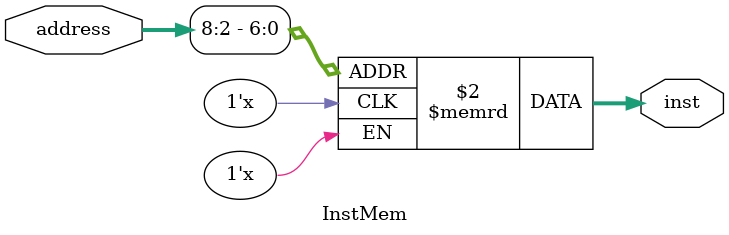
<source format=v>

module InstMem(
    input wire [31:0] address,    // Address of the instruction to fetch
    output reg [31:0] inst        // Fetched instruction
);
    
reg [31:0] Mem [0:127];           // Memory array to hold instructions

// Always block triggered by any change in the address
always @(*)
begin
    inst = Mem[address[8:2]];    // Fetch the instruction at the given address
end

endmodule

</source>
